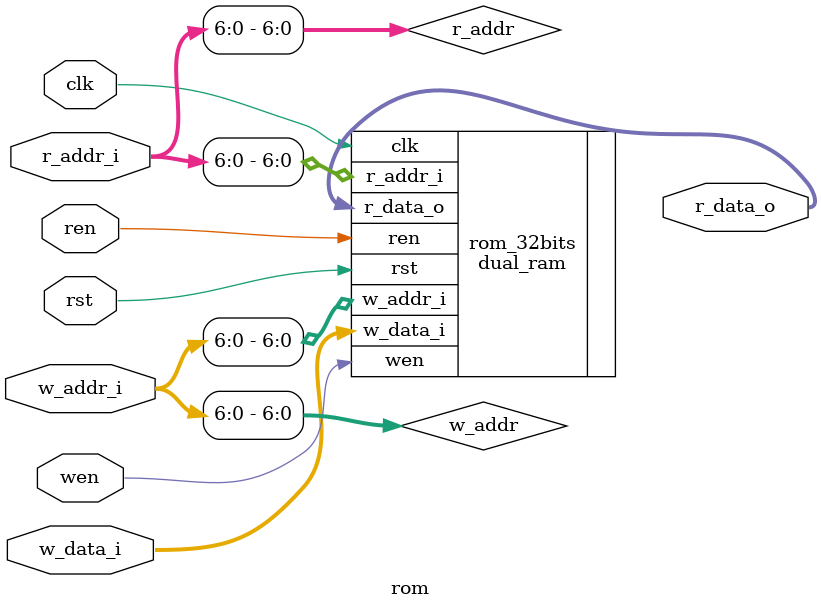
<source format=v>
module rom(
	input  wire clk,
	input  wire rst,
	input  wire wen,
	input  wire[31:0] w_addr_i,
	input  wire[31:0] w_data_i,
	input  wire ren,
	input  wire[31:0] r_addr_i,
	output wire[31:0] r_data_o
);
	wire[6:0] w_addr = w_addr_i[6:0];
	wire[6:0] r_addr = r_addr_i[6:0];

	dual_ram #(
		 .DW(8),
		 .AW(7),
		 .MEM_NUM(128)
	)
	rom_32bits
	(
       .clk(clk),
	   .rst(rst),
       .wen(wen),
	   .w_addr_i(w_addr),
	   .w_data_i(w_data_i),
	   .ren(ren),
	   .r_addr_i(r_addr),
	   .r_data_o(r_data_o)
	);
endmodule
</source>
